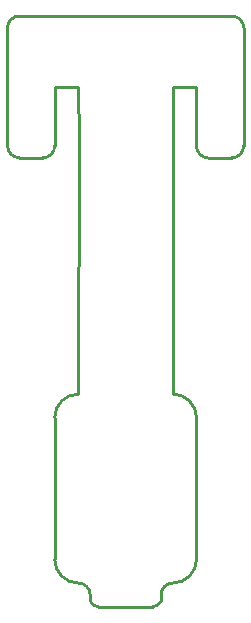
<source format=gko>
G04*
G04 #@! TF.GenerationSoftware,Altium Limited,Altium Designer,18.1.7 (191)*
G04*
G04 Layer_Color=16711935*
%FSLAX44Y44*%
%MOMM*%
G71*
G01*
G75*
%ADD26C,0.2540*%
D26*
X60000Y160000D02*
G03*
X40000Y180000I-20000J-0D01*
G01*
X-40000D02*
G03*
X-60000Y160000I0J-20000D01*
G01*
Y40000D02*
G03*
X-40000Y20000I20000J0D01*
G01*
X40000Y20000D02*
G03*
X60000Y40000I0J20000D01*
G01*
X23000Y0D02*
G03*
X30107Y5000I368J7029D01*
G01*
X-30108D02*
G03*
X-23000Y0I6740J2029D01*
G01*
X40000Y20000D02*
G03*
X30000Y10000I0J-10000D01*
G01*
X-30000D02*
G03*
X-40000Y20000I-10000J0D01*
G01*
X-90000Y500085D02*
G03*
X-100000Y490085I0J-10000D01*
G01*
Y390085D02*
G03*
X-90000Y380085I10000J0D01*
G01*
X-70000Y380085D02*
G03*
X-60000Y390085I-0J10000D01*
G01*
X60000Y390000D02*
G03*
X70000Y380000I10000J-0D01*
G01*
X90000Y380000D02*
G03*
X100000Y390000I0J10000D01*
G01*
Y490000D02*
G03*
X90000Y500000I-10000J-0D01*
G01*
X39851Y440000D02*
X40000Y180000D01*
X-40000D02*
X-39642Y395162D01*
X-60000Y40000D02*
Y160000D01*
X60000D02*
X60000Y40000D01*
X30000Y10000D02*
X30107Y5000D01*
X-23000Y0D02*
X23000D01*
X-30108Y5000D02*
X-30000Y10000D01*
X-39917Y440000D02*
X-39642Y395162D01*
X-90000Y500085D02*
X90000Y500000D01*
X-100000Y390085D02*
Y490085D01*
X-90000Y380085D02*
X-70000Y380085D01*
X-60000Y390085D02*
X-60000Y405085D01*
X60000Y405000D02*
X60000Y390000D01*
X70000Y380000D02*
X90000Y380000D01*
X100000Y390000D02*
Y490000D01*
X39851Y440000D02*
X60000D01*
X60000Y405000D02*
X60000Y440000D01*
X-60000D02*
X-39917D01*
X-60000Y405085D02*
X-60000Y440000D01*
M02*

</source>
